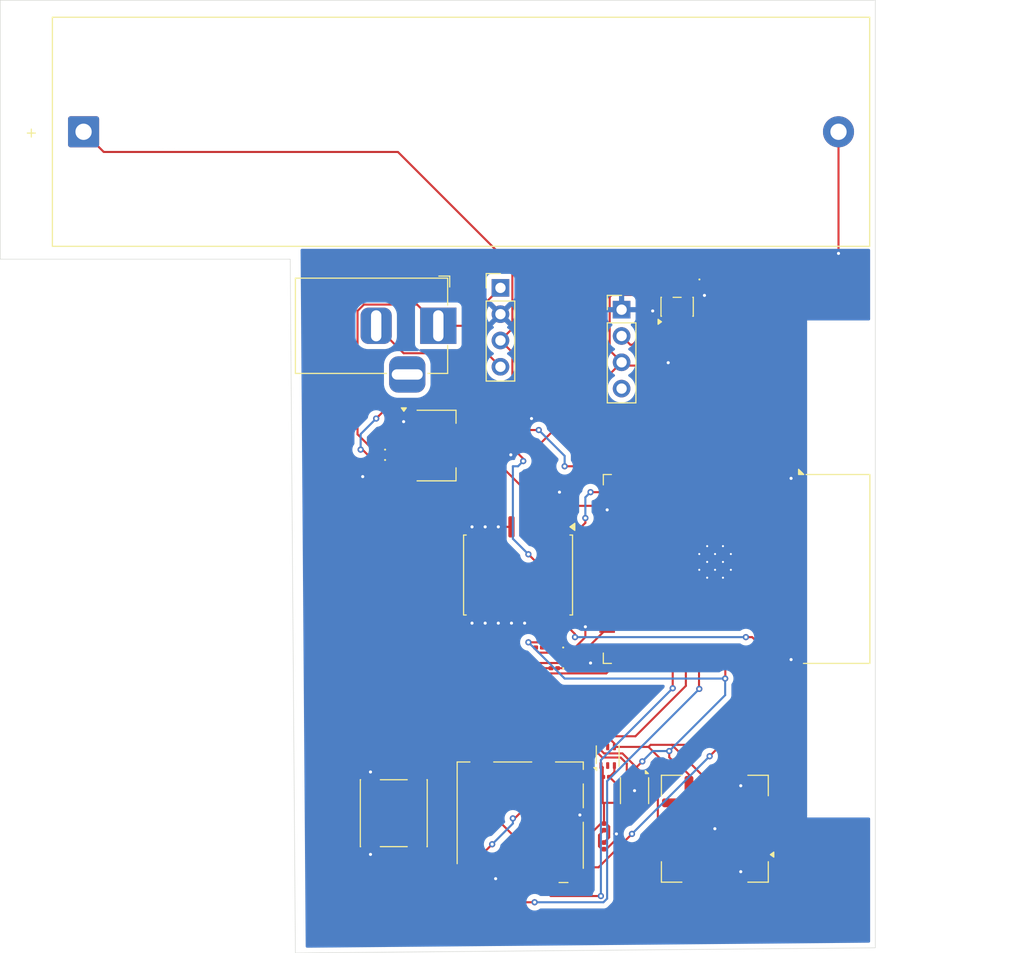
<source format=kicad_pcb>
(kicad_pcb (version 20241229) (generator "pcbnew") (generator_version "9.0")
  (layers (0 "F.Cu" signal) (2 "B.Cu" signal) (13 "F.Paste" user) (15 "B.Paste" user) (5 "F.SilkS" user "F.Silkscreen") (7 "B.SilkS" user "B.Silkscreen") (1 "F.Mask" user) (3 "B.Mask" user) (25 "Edge.Cuts" user))
  (net 0 "")
  (net 1 "GND")
  (net 2 "/VBAT")
  (net 3 "+3V3")
  (net 4 "/MIC_ENV")
  (net 5 "/VREG_IN")
  (net 6 "/MIC_IN_COUP")
  (net 7 "/MIC_IN_AC")
  (net 8 "/VREF_MID")
  (net 9 "/VIN_5V")
  (net 10 "/MIC_AMP_OUT")
  (net 11 "Net-(D_G1-A)")
  (net 12 "Net-(D_R1-A)")
  (net 13 "Net-(U_CHG1-Pin_4)")
  (net 14 "/SPI_MOSI")
  (net 16 "/SPI_CS_SD")
  (net 18 "/SPI_SCK")
  (net 19 "/SPI_MISO")
  (net 20 "/I2C_SDA")
  (net 21 "/I2C_SCL")
  (net 22 "Net-(U_MIC1--)")
  (net 23 "/ADC_MIC")
  (net 24 "/BTN_CFG")
  (net 25 "Net-(U1-EN)")
  (net 26 "/LED_G")
  (net 27 "/LED_R")
  (net 28 "Net-(U1-IO27)")
  (net 29 "/ADC_VBAT")
  (footprint "Diode_SMD:D_0201_0603Metric" (layer "F.Cu") (at 169.155 96.46 180)
    (property "Reference" "D_ENV1" (hide yes))
    (property "Value" "D_Schottky")
  )
  (footprint "Resistor_SMD:R_0201_0603Metric" (layer "F.Cu") (at 166.5 143.32 90)
    (property "Reference" "R2" (hide yes))
    (property "Value" "4.7k")
  )
  (footprint "Resistor_SMD:R_0201_0603Metric" (layer "F.Cu") (at 171.845 98.46)
    (property "Reference" "R_ENV1" (hide yes))
    (property "Value" "100k")
  )
  (footprint "Resistor_SMD:R_0201_0603Metric" (layer "F.Cu") (at 154.5 134 180)
    (property "Reference" "R_LED_R1" (hide yes))
    (property "Value" "1k")
  )
  (footprint "Resistor_SMD:R_0201_0603Metric" (layer "F.Cu") (at 166.5 103.46 -90)
    (property "Reference" "R4" (hide yes))
    (property "Value" "100k")
  )
  (footprint "Resistor_SMD:R_0201_0603Metric" (layer "F.Cu") (at 151.056 109.89284)
    (property "Reference" "R_V1" (hide yes))
    (property "Value" "220k")
  )
  (footprint "Connector_Card:microSD_HC_Molex_104031-0811" (layer "F.Cu") (at 152.73 148.875 180)
    (property "Reference" "J2" (hide yes))
    (property "Value" "Micro_SD_Card")
  )
  (footprint "Resistor_SMD:R_0201_0603Metric" (layer "F.Cu") (at 170 99.46 -90)
    (property "Reference" "R7" (hide yes))
    (property "Value" "100k")
  )
  (footprint "Resistor_SMD:R_0201_0603Metric" (layer "F.Cu") (at 172 99.615 -90)
    (property "Reference" "R_ADC1" (hide yes))
    (property "Value" "1k")
  )
  (footprint "Resistor_SMD:R_0201_0603Metric" (layer "F.Cu") (at 167.5 143.295 90)
    (property "Reference" "R1" (hide yes))
    (property "Value" "4.7k")
  )
  (footprint "Connector_PinHeader_2.54mm:PinHeader_1x04_P2.54mm_Vertical" (layer "F.Cu") (at 150.801 97.27284)
    (property "Reference" "U_CHG1" (hide yes))
    (property "Value" "Conn_01x04")
  )
  (footprint "Capacitor_SMD:C_0201_0603Metric" (layer "F.Cu") (at 160.800001 151.155 90)
    (property "Reference" "C_SD1" (hide yes))
    (property "Value" "10uF")
  )
  (footprint "Diode_SMD:D_0201_0603Metric" (layer "F.Cu") (at 138.801 112.89284 180)
    (property "Reference" "D1" (hide yes))
    (property "Value" "D_Schottky")
  )
  (footprint "Connector_PinHeader_2.54mm:PinHeader_1x04_P2.54mm_Vertical" (layer "F.Cu") (at 162.5 99.38)
    (property "Reference" "J_MIC1" (hide yes))
    (property "Value" "Conn_01x03_Pin")
  )
  (footprint "Resistor_SMD:R_0201_0603Metric" (layer "F.Cu") (at 166.5 101.96 90)
    (property "Reference" "R5" (hide yes))
    (property "Value" "100k")
  )
  (footprint "Capacitor_SMD:C_0201_0603Metric" (layer "F.Cu") (at 171.845 97.46)
    (property "Reference" "C_ENV1" (hide yes))
    (property "Value" "2.2uF")
  )
  (footprint "Diode_SMD:D_0201_0603Metric" (layer "F.Cu") (at 138.801 113.89284 180)
    (property "Reference" "D2" (hide yes))
    (property "Value" "D_Schottky")
  )
  (footprint "Resistor_SMD:R_0201_0603Metric" (layer "F.Cu") (at 154.525 132 180)
    (property "Reference" "R_LED_G1" (hide yes))
    (property "Value" "1k")
  )
  (footprint "Capacitor_SMD:C_0201_0603Metric" (layer "F.Cu") (at 139.121 115.39284)
    (property "Reference" "C_IN1" (hide yes))
    (property "Value" "10uF")
  )
  (footprint "Package_TO_SOT_SMD:SOT-223-3_TabPin2" (layer "F.Cu") (at 144.601 112.5)
    (property "Reference" "U3" (hide yes))
    (property "Value" "AMS1117-3.3")
  )
  (footprint "Capacitor_SMD:C_0201_0603Metric" (layer "F.Cu") (at 167.5 103.305 90)
    (property "Reference" "C_REF1" (hide yes))
    (property "Value" "10uF")
  )
  (footprint "Capacitor_SMD:C_0201_0603Metric" (layer "F.Cu") (at 173.305 155.3)
    (property "Reference" "C_CO2" (hide yes))
    (property "Value" "100nF")
  )
  (footprint "Resistor_SMD:R_0201_0603Metric" (layer "F.Cu") (at 165.5 104.46 90)
    (property "Reference" "R3" (hide yes))
    (property "Value" "100k")
  )
  (footprint "Resistor_SMD:R_0201_0603Metric" (layer "F.Cu") (at 154.5 118 -90)
    (property "Reference" "R_RTCINT1" (hide yes))
    (property "Value" "10k")
  )
  (footprint "Sensor:Sensirion_SCD4x-1EP_10.1x10.1mm_P1.25mm_EP4.8x4.8mm" (layer "F.Cu") (at 171.505 149.5 180)
    (property "Reference" "U4" (hide yes))
    (property "Value" "SCD40-D-R2")
  )
  (footprint "Capacitor_SMD:C_0201_0603Metric" (layer "F.Cu") (at 165.18 101.46 180)
    (property "Reference" "C_IN2" (hide yes))
    (property "Value" "C")
  )
  (footprint "Button_Switch_SMD:SW_SPST_PTS645Sx43SMTR92" (layer "F.Cu") (at 140.5 148 90)
    (property "Reference" "SW_CFG1" (hide yes))
    (property "Value" "SW_Push")
  )
  (footprint "Connector_BarrelJack:BarrelJack_Horizontal" (layer "F.Cu") (at 144.801 100.93534)
    (property "Reference" "J1" (hide yes))
    (property "Value" "Barrel_Jack")
  )
  (footprint "Capacitor_SMD:C_0201_0603Metric" (layer "F.Cu") (at 150.301 113.39284 180)
    (property "Reference" "C_OUT1" (hide yes))
    (property "Value" "10uF")
  )
  (footprint "Resistor_SMD:R_0201_0603Metric" (layer "F.Cu") (at 152.621 109.89284)
    (property "Reference" "R_V2" (hide yes))
    (property "Value" "150k")
  )
  (footprint "LED_SMD:LED_0201_0603Metric" (layer "F.Cu") (at 156 134 180)
    (property "Reference" "D_R1" (hide yes))
    (property "Value" "LED")
  )
  (footprint "Resistor_SMD:R_0201_0603Metric" (layer "F.Cu") (at 177.18 114 180)
    (property "Reference" "R_EN1" (hide yes))
    (property "Value" "10k")
  )
  (footprint "RF_Module:ESP32-WROOM-32" (layer "F.Cu") (at 170.615 124.4175 -90)
    (property "Reference" "U1" (hide yes))
    (property "Value" "ESP32-WROOM-32")
  )
  (footprint "Battery:BatteryHolder_MPD_BH-18650-PC" (layer "F.Cu") (at 110.545 82.2)
    (property "Reference" "BT1" (hide yes))
    (property "Value" "Battery_Cell")
  )
  (footprint "LED_SMD:LED_0201_0603Metric" (layer "F.Cu") (at 156 132 180)
    (property "Reference" "D_G1" (hide yes))
    (property "Value" "LED")
  )
  (footprint "Capacitor_SMD:C_0201_0603Metric" (layer "F.Cu") (at 156 118 -90)
    (property "Reference" "C_RTC1" (hide yes))
    (property "Value" "100nF")
  )
  (footprint "Capacitor_SMD:C_0201_0603Metric" (layer "F.Cu") (at 161 144.5)
    (property "Reference" "C_LUX1" (hide yes))
    (property "Value" "100nF")
  )
  (footprint "Package_TO_SOT_SMD:SOT-23-5" (layer "F.Cu") (at 167.8625 99.0975 90)
    (property "Reference" "U_MIC1" (hide yes))
    (property "Value" "LMV321")
  )
  (footprint "Resistor_SMD:R_0201_0603Metric" (layer "F.Cu") (at 142.81 142.04 180)
    (property "Reference" "R_CFG1" (hide yes))
    (property "Value" "10k")
  )
  (footprint "Package_SO:SOIC-16W_7.5x10.3mm_P1.27mm" (layer "F.Cu") (at 152.5 125 -90)
    (property "Reference" "U_CLK1" (hide yes))
    (property "Value" "DS3231M")
  )
  (footprint "OptoDevice:Lite-On_LTR-303ALS-01" (layer "F.Cu") (at 161.155 142.5 90)
    (property "Reference" "U_LUX1" (hide yes))
    (property "Value" "LTR-303ALS-01")
  )
  (footprint "Sensor_Humidity:Sensirion_DFN-8-1EP_2.5x2.5mm_P0.5mm_EP1.1x1.7mm" (layer "F.Cu") (at 163.75 145.825 -90)
    (property "Reference" "U2" (hide yes))
    (property "Value" "SHT31-DIS")
  )
  (footprint "Capacitor_SMD:C_0201_0603Metric" (layer "F.Cu") (at 160.800001 149.32 90)
    (property "Reference" "C_SD2" (hide yes))
    (property "Value" "100nF")
  )
  (footprint "Resistor_SMD:R_0201_0603Metric" (layer "F.Cu") (at 168 101.96)
    (property "Reference" "R6" (hide yes))
    (property "Value" "10k")
  )
  (gr_poly (pts (xy 187 69.5) (xy 187 161) (xy 131 161.5) (xy 130.5 94.5) (xy 102.5 94.5) (xy 102.5 69.5)) (stroke (width 0.05)) (fill no) (layer "Edge.Cuts"))
  (segment (start 156 117.68) (end 156 117.5) (width 0.2) (layer "F.Cu") (net 1))
  (segment (start 160.319001 151.193999) (end 160.600002 151.475) (width 0.2) (layer "F.Cu") (net 1))
  (segment (start 160.600002 151.475) (end 160.800001 151.475) (width 0.2) (layer "F.Cu") (net 1))
  (segment (start 160.319001 150.121) (end 160.319001 151.193999) (width 0.2) (layer "F.Cu") (net 1))
  (segment (start 170.5 98) (end 170.96 98.46) (width 0.2) (layer "F.Cu") (net 1))
  (segment (start 166.5 103.78) (end 166.5 104) (width 0.2) (layer "F.Cu") (net 1))
  (segment (start 183.445 82.2) (end 183.445 93.945) (width 0.2) (layer "F.Cu") (net 1))
  (segment (start 167.8625 99.572501) (end 167.289999 99) (width 0.2) (layer "F.Cu") (net 1))
  (segment (start 161.805 144.015) (end 161.32 144.5) (width 0.2) (layer "F.Cu") (net 1))
  (segment (start 159 134) (end 159.5 133.5) (width 0.2) (layer "F.Cu") (net 1))
  (segment (start 138.801 115.39284) (end 137.60716 115.39284) (width 0.2) (layer "F.Cu") (net 1))
  (segment (start 160.800001 151.475) (end 161.025 151.475) (width 0.2) (layer "F.Cu") (net 1))
  (segment (start 158 132) (end 159 131) (width 0.2) (layer "F.Cu") (net 1))
  (segment (start 164.5 147) (end 164.5 146.575) (width 0.2) (layer "F.Cu") (net 1))
  (segment (start 162 150.5) (end 162 150) (width 0.2) (layer "F.Cu") (net 1))
  (segment (start 171.525 97.46) (end 171.04 97.46) (width 0.2) (layer "F.Cu") (net 1))
  (segment (start 167.289999 99) (end 166 99) (width 0.2) (layer "F.Cu") (net 1))
  (segment (start 166 99) (end 165.5 99.5) (width 0.2) (layer "F.Cu") (net 1))
  (segment (start 159 131) (end 159 130) (width 0.2) (layer "F.Cu") (net 1))
  (segment (start 171.04 97.46) (end 170.5 98) (width 0.2) (layer "F.Cu") (net 1))
  (segment (start 161.025 151.475) (end 162 150.5) (width 0.2) (layer "F.Cu") (net 1))
  (segment (start 150.621 113.39284) (end 151.801 113.39284) (width 0.2) (layer "F.Cu") (net 1))
  (segment (start 167.5 104) (end 167.5 103.625) (width 0.2) (layer "F.Cu") (net 1))
  (segment (start 151.865 120.35) (end 150.595 120.35) (width 0.2) (layer "F.Cu") (net 1))
  (segment (start 164.5 146.575) (end 163.75 145.825) (width 0.2) (layer "F.Cu") (net 1))
  (segment (start 164 145.575) (end 163.75 145.825) (width 0.2) (layer "F.Cu") (net 1))
  (segment (start 137.60716 115.39284) (end 137.5 115.5) (width 0.2) (layer "F.Cu") (net 1))
  (segment (start 183.445 93.945) (end 183.5 94) (width 0.2) (layer "F.Cu") (net 1))
  (segment (start 160.800001 149.64) (end 160.319001 150.121) (width 0.2) (layer "F.Cu") (net 1))
  (segment (start 164 144.65) (end 164 145.575) (width 0.2) (layer "F.Cu") (net 1))
  (segment (start 173.625 154.03) (end 174.005 153.65) (width 0.2) (layer "F.Cu") (net 1))
  (segment (start 173.625 155.3) (end 173.625 154.03) (width 0.2) (layer "F.Cu") (net 1))
  (segment (start 152.941 109.89284) (end 153.801 109.89284) (width 0.2) (layer "F.Cu") (net 1))
  (segment (start 170.96 98.46) (end 171.525 98.46) (width 0.2) (layer "F.Cu") (net 1))
  (segment (start 156 117.5) (end 156.5 117) (width 0.2) (layer "F.Cu") (net 1))
  (segment (start 162.645 145.825) (end 163.75 145.825) (width 0.2) (layer "F.Cu") (net 1))
  (segment (start 167.8625 100.235) (end 167.8625 99.572501) (width 0.2) (layer "F.Cu") (net 1))
  (segment (start 156.32 134) (end 159 134) (width 0.2) (layer "F.Cu") (net 1))
  (segment (start 161.32 144.5) (end 162.645 145.825) (width 0.2) (layer "F.Cu") (net 1))
  (segment (start 156.32 132) (end 158 132) (width 0.2) (layer "F.Cu") (net 1))
  (segment (start 166.5 104) (end 167 104.5) (width 0.2) (layer "F.Cu") (net 1))
  (segment (start 161.805 143.4) (end 161.805 144.015) (width 0.2) (layer "F.Cu") (net 1))
  (segment (start 167 104.5) (end 167.5 104) (width 0.2) (layer "F.Cu") (net 1))
  (via (at 171.505 149.5) (size 0.6) (drill 0.3) (layers "F.Cu" "B.Cu") (net 1))
  (via (at 156.5 117) (size 0.6) (drill 0.3) (layers "F.Cu" "B.Cu") (net 1))
  (via (at 141.451 110.19284) (size 0.6) (drill 0.3) (layers "F.Cu" "B.Cu") (net 1))
  (via (at 153.801 109.89284) (size 0.6) (drill 0.3) (layers "F.Cu" "B.Cu") (net 1))
  (via (at 159 130) (size 0.6) (drill 0.3) (layers "F.Cu" "B.Cu") (net 1))
  (via (at 178.865 133.1675) (size 0.6) (drill 0.3) (layers "F.Cu" "B.Cu") (net 1))
  (via (at 167 104.5) (size 0.6) (drill 0.3) (layers "F.Cu" "B.Cu") (net 1))
  (via (at 149.325 129.65) (size 0.6) (drill 0.3) (layers "F.Cu" "B.Cu") (net 1))
  (via (at 138.25 144.02) (size 0.6) (drill 0.3) (layers "F.Cu" "B.Cu") (net 1))
  (via (at 163.75 145.825) (size 0.6) (drill 0.3) (layers "F.Cu" "B.Cu") (net 1))
  (via (at 148.055 120.35) (size 0.6) (drill 0.3) (layers "F.Cu" "B.Cu") (net 1))
  (via (at 158.47 148.175) (size 0.6) (drill 0.3) (layers "F.Cu" "B.Cu") (net 1))
  (via (at 138.25 151.98) (size 0.6) (drill 0.3) (layers "F.Cu" "B.Cu") (net 1))
  (via (at 174.005 145.35) (size 0.6) (drill 0.3) (layers "F.Cu" "B.Cu") (net 1))
  (via (at 178.865 115.6675) (size 0.6) (drill 0.3) (layers "F.Cu" "B.Cu") (net 1))
  (via (at 151.801 113.39284) (size 0.6) (drill 0.3) (layers "F.Cu" "B.Cu") (net 1))
  (via (at 174.005 153.65) (size 0.6) (drill 0.3) (layers "F.Cu" "B.Cu") (net 1))
  (via (at 162 150) (size 0.6) (drill 0.3) (layers "F.Cu" "B.Cu") (net 1))
  (via (at 165.5 99.5) (size 0.6) (drill 0.3) (layers "F.Cu" "B.Cu") (net 1))
  (via (at 183.445 93.945) (size 0.6) (drill 0.3) (layers "F.Cu" "B.Cu") (net 1))
  (via (at 150.335 154.325) (size 0.6) (drill 0.3) (layers "F.Cu" "B.Cu") (net 1))
  (via (at 137.5 115.5) (size 0.6) (drill 0.3) (layers "F.Cu" "B.Cu") (net 1))
  (via (at 153.135 129.65) (size 0.6) (drill 0.3) (layers "F.Cu" "B.Cu") (net 1))
  (via (at 150.595 129.65) (size 0.6) (drill 0.3) (layers "F.Cu" "B.Cu") (net 1))
  (via (at 159.5 133.5) (size 0.6) (drill 0.3) (layers "F.Cu" "B.Cu") (net 1))
  (via (at 161.105 118.7075) (size 0.6) (drill 0.3) (layers "F.Cu" "B.Cu") (net 1))
  (via (at 149.325 120.35) (size 0.6) (drill 0.3) (layers "F.Cu" "B.Cu") (net 1))
  (via (at 150.595 120.35) (size 0.6) (drill 0.3) (layers "F.Cu" "B.Cu") (net 1))
  (via (at 170.5 98) (size 0.6) (drill 0.3) (layers "F.Cu" "B.Cu") (net 1))
  (via (at 148.055 129.65) (size 0.6) (drill 0.3) (layers "F.Cu" "B.Cu") (net 1))
  (via (at 151.865 129.65) (size 0.6) (drill 0.3) (layers "F.Cu" "B.Cu") (net 1))
  (segment (start 151.952 101.20184) (end 150.801 102.35284) (width 0.2) (layer "F.Cu") (net 2))
  (segment (start 150.736 109.89284) (end 150.736 111.506181) (width 0.2) (layer "F.Cu") (net 2))
  (segment (start 137.481 112.89284) (end 137.301 112.89284) (width 0.2) (layer "F.Cu") (net 2))
  (segment (start 110.545 82.2) (end 112.496 84.151) (width 0.2) (layer "F.Cu") (net 2))
  (segment (start 150.736 109.89284) (end 150.736 109.692841) (width 0.2) (layer "F.Cu") (net 2))
  (segment (start 138.801 109.89284) (end 139.051 109.64284) (width 0.2) (layer "F.Cu") (net 2))
  (segment (start 151.952 95.19884) (end 151.952 101.20184) (width 0.2) (layer "F.Cu") (net 2))
  (segment (start 154.405 123.905) (end 153.5 123) (width 0.2) (layer "F.Cu") (net 2))
  (segment (start 151.952 103.50384) (end 150.801 102.35284) (width 0.2) (layer "F.Cu") (net 2))
  (segment (start 150.005 109.16184) (end 139.532 109.16184) (width 0.2) (layer "F.Cu") (net 2))
  (segment (start 138.481 113.89284) (end 137.481 112.89284) (width 0.2) (layer "F.Cu") (net 2))
  (segment (start 112.496 84.151) (end 140.90416 84.151) (width 0.2) (layer "F.Cu") (net 2))
  (segment (start 150.736 109.89284) (end 150.005 109.16184) (width 0.2) (layer "F.Cu") (net 2))
  (segment (start 150.736 109.692841) (end 151.918501 108.510341) (width 0.2) (layer "F.Cu") (net 2))
  (segment (start 140.90416 84.151) (end 151.952 95.19884) (width 0.2) (layer "F.Cu") (net 2))
  (segment (start 151.952 108.476841) (end 151.952 103.50384) (width 0.2) (layer "F.Cu") (net 2))
  (segment (start 150.736 111.506181) (end 153 113.770181) (width 0.2) (layer "F.Cu") (net 2))
  (segment (start 153 113.770181) (end 153 114) (width 0.2) (layer "F.Cu") (net 2))
  (segment (start 151.918501 108.510341) (end 151.952 108.476841) (width 0.2) (layer "F.Cu") (net 2))
  (segment (start 139.532 109.16184) (end 138.801 109.89284) (width 0.2) (layer "F.Cu") (net 2))
  (segment (start 154.405 129.65) (end 154.405 123.905) (width 0.2) (layer "F.Cu") (net 2))
  (via (at 137.301 112.89284) (size 0.6) (drill 0.3) (layers "F.Cu" "B.Cu") (net 2))
  (via (at 153.5 123) (size 0.6) (drill 0.3) (layers "F.Cu" "B.Cu") (net 2))
  (via (at 153 114) (size 0.6) (drill 0.3) (layers "F.Cu" "B.Cu") (net 2))
  (via (at 138.801 109.89284) (size 0.6) (drill 0.3) (layers "F.Cu" "B.Cu") (net 2))
  (segment (start 137.301 111.39284) (end 137.301 112.89284) (width 0.2) (layer "B.Cu") (net 2))
  (segment (start 152 114.5) (end 152 121.5) (width 0.2) (layer "B.Cu") (net 2))
  (segment (start 152 121.5) (end 153.5 123) (width 0.2) (layer "B.Cu") (net 2))
  (segment (start 153 114) (end 152.5 114.5) (width 0.2) (layer "B.Cu") (net 2))
  (segment (start 152.5 114.5) (end 152 114.5) (width 0.2) (layer "B.Cu") (net 2))
  (segment (start 138.801 109.89284) (end 137.301 111.39284) (width 0.2) (layer "B.Cu") (net 2))
  (segment (start 160.68 143.575) (end 160.505 143.4) (width 0.2) (layer "F.Cu") (net 3))
  (segment (start 156 120.025) (end 155.675 120.35) (width 0.2) (layer "F.Cu") (net 3))
  (segment (start 142.791001 141.539) (end 143.42887 141.539) (width 0.2) (layer "F.Cu") (net 3))
  (segment (start 174.404 146.601) (end 174.404 152.399) (width 0.2) (layer "F.Cu") (net 3))
  (segment (start 159.745 150.125) (end 153.05513 150.125) (width 0.2) (layer "F.Cu") (net 3))
  (segment (start 159.745 149.755) (end 159.745 150.125) (width 0.2) (layer "F.Cu") (net 3))
  (segment (start 161.54 97.96) (end 166.9125 97.96) (width 0.2) (layer "F.Cu") (net 3))
  (segment (start 159.6905 118.32) (end 160.5105 117.5) (width 0.2) (layer "F.Cu") (net 3))
  (segment (start 160.800001 147.120001) (end 160.68 147) (width 0.2) (layer "F.Cu") (net 3))
  (segment (start 172.985 153.88) (end 172.755 153.65) (width 0.2) (layer "F.Cu") (net 3))
  (segment (start 172.755 144.917914) (end 179.616 138.056914) (width 0.2) (layer "F.Cu") (net 3))
  (segment (start 163.5 147) (end 163 147) (width 0.2) (layer "F.Cu") (net 3))
  (segment (start 162.5 104.46) (end 162.82 104.78) (width 0.2) (layer "F.Cu") (net 3))
  (segment (start 152.535 150.64513) (end 152.535 154.325) (width 0.2) (layer "F.Cu") (net 3))
  (segment (start 143.42887 141.539) (end 152.535 150.64513) (width 0.2) (layer "F.Cu") (net 3))
  (segment (start 167.475 143.64) (end 167.5 143.615) (width 0.2) (layer "F.Cu") (net 3))
  (segment (start 172.985 155.3) (end 168.8 155.3) (width 0.2) (layer "F.Cu") (net 3))
  (segment (start 174.404 152.399) (end 173.573914 152.399) (width 0.2) (layer "F.Cu") (net 3))
  (segment (start 160.800001 149) (end 161 149) (width 0.2) (layer "F.Cu") (net 3))
  (segment (start 162.82 104.78) (end 165.5 104.78) (width 0.2) (layer "F.Cu") (net 3))
  (segment (start 161.349 98.151) (end 161.54 97.96) (width 0.2) (layer "F.Cu") (net 3))
  (segment (start 149.981 113.39284) (end 146.801 113.39284) (width 0.2) (layer "F.Cu") (net 3))
  (segment (start 160.800001 149) (end 160.800001 147.120001) (width 0.2) (layer "F.Cu") (net 3))
  (segment (start 163.5 147.502) (end 163.574 147.576) (width 0.2) (layer "F.Cu") (net 3))
  (segment (start 161.301001 150.334) (end 160.800001 150.835) (width 0.2) (layer "F.Cu") (net 3))
  (segment (start 163.574 147.576) (end 164.926 147.576) (width 0.2) (layer "F.Cu") (net 3))
  (segment (start 156 118.32) (end 156 120.025) (width 0.2) (layer "F.Cu") (net 3))
  (segment (start 153.05513 150.125) (end 152.535 150.64513) (width 0.2) (layer "F.Cu") (net 3))
  (segment (start 149.981 113.39284) (end 149.981 113.592839) (width 0.2) (layer "F.Cu") (net 3))
  (segment (start 160.5 149) (end 159.745 149.755) (width 0.2) (layer "F.Cu") (net 3))
  (segment (start 172.755 145.782086) (end 173.573914 146.601) (width 0.2) (layer "F.Cu") (net 3))
  (segment (start 166.5 146.002) (end 166.5 143.64) (width 0.2) (layer "F.Cu") (net 3))
  (segment (start 142.49 141.840001) (end 142.791001 141.539) (width 0.2) (layer "F.Cu") (net 3))
  (segment (start 172.755 153.217914) (end 172.755 153.65) (width 0.2) (layer "F.Cu") (net 3))
  (segment (start 163 147) (end 160.68 147) (width 0.2) (layer "F.Cu") (net 3))
  (segment (start 164.926 147.576) (end 166.001 146.501) (width 0.2) (layer "F.Cu") (net 3))
  (segment (start 156 118.32) (end 159.6905 118.32) (width 0.2) (layer "F.Cu") (net 3))
  (segment (start 160.5105 117.5) (end 176.7125 117.5) (width 0.2) (layer "F.Cu") (net 3))
  (segment (start 179.616 118.6385) (end 177.595 116.6175) (width 0.2) (layer "F.Cu") (net 3))
  (segment (start 173.573914 146.601) (end 174.404 146.601) (width 0.2) (layer "F.Cu") (net 3))
  (segment (start 154.65987 117.68) (end 154.5 117.68) (width 0.2) (layer "F.Cu") (net 3))
  (segment (start 141.451 112.49284) (end 147.751 112.49284) (width 0.2) (layer "F.Cu") (net 3))
  (segment (start 160.800001 149) (end 160.5 149) (width 0.2) (layer "F.Cu") (net 3))
  (segment (start 155.29987 118.32) (end 154.65987 117.68) (width 0.2) (layer "F.Cu") (net 3))
  (segment (start 149.981 113.592839) (end 154.068161 117.68) (width 0.2) (layer "F.Cu") (net 3))
  (segment (start 172.755 145.35) (end 172.755 145.782086) (width 0.2) (layer "F.Cu") (net 3))
  (segment (start 154.5 117.68) (end 154.5 112.46) (width 0.2) (layer "F.Cu") (net 3))
  (segment (start 176.7125 117.5) (end 177.595 116.6175) (width 0.2) (layer "F.Cu") (net 3))
  (segment (start 179.616 138.056914) (end 179.616 118.6385) (width 0.2) (layer "F.Cu") (net 3))
  (segment (start 160.68 144.5) (end 160.68 143.575) (width 0.2) (layer "F.Cu") (net 3))
  (segment (start 166.001 146.501) (end 166.5 146.002) (width 0.2) (layer "F.Cu") (net 3))
  (segment (start 173.573914 152.399) (end 172.755 153.217914) (width 0.2) (layer "F.Cu") (net 3))
  (segment (start 162.5 104.46) (end 161.349 103.309) (width 0.2) (layer "F.Cu") (net 3))
  (segment (start 161.301001 149.301001) (end 161.301001 150.334) (width 0.2) (layer "F.Cu") (net 3))
  (segment (start 142.49 142.04) (end 142.49 141.840001) (width 0.2) (layer "F.Cu") (net 3))
  (segment (start 168.8 155.3) (end 166.001 152.501) (width 0.2) (layer "F.Cu") (net 3))
  (segment (start 177.595 116.6175) (end 177.595 115.6675) (width 0.2) (layer "F.Cu") (net 3))
  (segment (start 177.5 115.5725) (end 177.595 115.6675) (width 0.2) (layer "F.Cu") (net 3))
  (segment (start 161 149) (end 161.301001 149.301001) (width 0.2) (layer "F.Cu") (net 3))
  (segment (start 156 118.32) (end 155.29987 118.32) (width 0.2) (layer "F.Cu") (net 3))
  (segment (start 160.68 144.5) (end 160.68 147) (width 0.2) (layer "F.Cu") (net 3))
  (segment (start 148.651 113.39284) (end 147.751 112.49284) (width 0.2) (layer "F.Cu") (net 3))
  (segment (start 166.001 152.501) (end 166.001 146.501) (width 0.2) (layer "F.Cu") (net 3))
  (segment (start 161.349 103.309) (end 161.349 98.151) (width 0.2) (layer "F.Cu") (net 3))
  (segment (start 154.068161 117.68) (end 154.5 117.68) (width 0.2) (layer "F.Cu") (net 3))
  (segment (start 163.5 147) (end 163.5 147.502) (width 0.2) (layer "F.Cu") (net 3))
  (segment (start 166.5 143.64) (end 167.475 143.64) (width 0.2) (layer "F.Cu") (net 3))
  (segment (start 177.5 114) (end 177.5 115.5725) (width 0.2) (layer "F.Cu") (net 3))
  (segment (start 149.981 113.39284) (end 148.651 113.39284) (width 0.2) (layer "F.Cu") (net 3))
  (segment (start 172.985 155.3) (end 172.985 153.88) (width 0.2) (layer "F.Cu") (net 3))
  (segment (start 154.5 112.46) (end 162.5 104.46) (width 0.2) (layer "F.Cu") (net 3))
  (segment (start 172.755 145.35) (end 172.755 144.917914) (width 0.2) (layer "F.Cu") (net 3))
  (segment (start 172.165 97.260001) (end 172.165 97.46) (width 0.2) (layer "F.Cu") (net 4))
  (segment (start 171.364999 96.46) (end 172.165 97.260001) (width 0.2) (layer "F.Cu") (net 4))
  (segment (start 172.165 98.46) (end 172.165 97.46) (width 0.2) (layer "F.Cu") (net 4))
  (segment (start 172 99.295) (end 172.165 99.13) (width 0.2) (layer "F.Cu") (net 4))
  (segment (start 169.475 96.46) (end 171.364999 96.46) (width 0.2) (layer "F.Cu") (net 4))
  (segment (start 172.165 99.13) (end 172.165 98.46) (width 0.2) (layer "F.Cu") (net 4))
  (segment (start 141.451 114.79284) (end 140.041 114.79284) (width 0.2) (layer "F.Cu") (net 5))
  (segment (start 140.851 115.39284) (end 141.451 114.79284) (width 0.2) (layer "F.Cu") (net 5))
  (segment (start 139.121 112.89284) (end 139.121 113.89284) (width 0.2) (layer "F.Cu") (net 5))
  (segment (start 139.441 114.21284) (end 139.441 115.39284) (width 0.2) (layer "F.Cu") (net 5))
  (segment (start 140.041 114.79284) (end 139.441 115.39284) (width 0.2) (layer "F.Cu") (net 5))
  (segment (start 139.121 113.89284) (end 139.441 114.21284) (width 0.2) (layer "F.Cu") (net 5))
  (segment (start 165.5 101.46) (end 166.32 101.46) (width 0.2) (layer "F.Cu") (net 6))
  (segment (start 166.32 101.46) (end 166.5 101.64) (width 0.2) (layer "F.Cu") (net 6))
  (segment (start 166.5 101.64) (end 166.5 100.6475) (width 0.2) (layer "F.Cu") (net 6))
  (segment (start 166.5 100.6475) (end 166.9125 100.235) (width 0.2) (layer "F.Cu") (net 6))
  (segment (start 163.55 102.77) (end 164.86 101.46) (width 0.2) (layer "F.Cu") (net 7))
  (segment (start 162.5 101.92) (end 163.35 102.77) (width 0.2) (layer "F.Cu") (net 7))
  (segment (start 163.35 102.77) (end 163.55 102.77) (width 0.2) (layer "F.Cu") (net 7))
  (segment (start 166.5 103.14) (end 166.300001 103.14) (width 0.2) (layer "F.Cu") (net 8))
  (segment (start 167.68 102.805) (end 167.5 102.985) (width 0.2) (layer "F.Cu") (net 8))
  (segment (start 166.300001 103.14) (end 165.5 103.940001) (width 0.2) (layer "F.Cu") (net 8))
  (segment (start 166.655 102.985) (end 166.5 103.14) (width 0.2) (layer "F.Cu") (net 8))
  (segment (start 165.5 103.940001) (end 165.5 104.14) (width 0.2) (layer "F.Cu") (net 8))
  (segment (start 167.68 101.96) (end 167.68 102.805) (width 0.2) (layer "F.Cu") (net 8))
  (segment (start 166.5 102.28) (end 166.5 103.14) (width 0.2) (layer "F.Cu") (net 8))
  (segment (start 167.5 102.985) (end 166.655 102.985) (width 0.2) (layer "F.Cu") (net 8))
  (segment (start 142.75 98.88434) (end 137.61566 98.88434) (width 0.2) (layer "F.Cu") (net 9))
  (segment (start 144.801 100.93534) (end 147.1385 100.93534) (width 0.2) (layer "F.Cu") (net 9))
  (segment (start 144.801 100.93534) (end 142.75 98.88434) (width 0.2) (layer "F.Cu") (net 9))
  (segment (start 137 111.41184) (end 138.481 112.89284) (width 0.2) (layer "F.Cu") (net 9))
  (segment (start 147.1385 100.93534) (end 150.801 97.27284) (width 0.2) (layer "F.Cu") (net 9))
  (segment (start 137 99.5) (end 137 111.41184) (width 0.2) (layer "F.Cu") (net 9))
  (segment (start 137.61566 98.88434) (end 137 99.5) (width 0.2) (layer "F.Cu") (net 9))
  (segment (start 168.8125 97.96) (end 168.8125 96.4825) (width 0.2) (layer "F.Cu") (net 10))
  (segment (start 170 99.14) (end 169.9925 99.14) (width 0.2) (layer "F.Cu") (net 10))
  (segment (start 169.9925 99.14) (end 168.8125 97.96) (width 0.2) (layer "F.Cu") (net 10))
  (segment (start 168.8125 96.4825) (end 168.835 96.46) (width 0.2) (layer "F.Cu") (net 10))
  (segment (start 155.68 132) (end 154.845 132) (width 0.2) (layer "F.Cu") (net 11))
  (segment (start 155.68 134) (end 154.82 134) (width 0.2) (layer "F.Cu") (net 12))
  (segment (start 141.45 103.58434) (end 138.801 100.93534) (width 0.2) (layer "F.Cu") (net 13))
  (segment (start 149.4925 103.58434) (end 141.45 103.58434) (width 0.2) (layer "F.Cu") (net 13))
  (segment (start 150.801 104.89284) (end 149.4925 103.58434) (width 0.2) (layer "F.Cu") (net 13))
  (segment (start 153.986 153.224) (end 160.276 153.224) (width 0.2) (layer "F.Cu") (net 14))
  (segment (start 153.635 154.325) (end 153.635 153.575) (width 0.2) (layer "F.Cu") (net 14))
  (segment (start 153.635 153.575) (end 153.986 153.224) (width 0.2) (layer "F.Cu") (net 14))
  (segment (start 160.276 153.224) (end 163.5 150) (width 0.2) (layer "F.Cu") (net 14))
  (segment (start 177.595 135.905) (end 171 142.5) (width 0.2) (layer "F.Cu") (net 14))
  (segment (start 177.595 133.1675) (end 177.595 135.905) (width 0.2) (layer "F.Cu") (net 14))
  (via (at 163.5 150) (size 0.6) (drill 0.3) (layers "F.Cu" "B.Cu") (net 14))
  (via (at 171 142.5) (size 0.6) (drill 0.3) (layers "F.Cu" "B.Cu") (net 14))
  (segment (start 171 142.5) (end 163.5 150) (width 0.2) (layer "B.Cu") (net 14))
  (segment (start 167.435 133.1675) (end 167.435 135.935) (width 0.2) (layer "F.Cu") (net 16))
  (segment (start 155.66 156) (end 154.735 155.075) (width 0.2) (layer "F.Cu") (net 16))
  (segment (start 154.735 155.075) (end 154.735 154.325) (width 0.2) (layer "F.Cu") (net 16))
  (segment (start 160.5 156) (end 155.66 156) (width 0.2) (layer "F.Cu") (net 16))
  (via (at 160.5 156) (size 0.6) (drill 0.3) (layers "F.Cu" "B.Cu") (net 16))
  (via (at 167.435 135.935) (size 0.6) (drill 0.3) (layers "F.Cu" "B.Cu") (net 16))
  (segment (start 167.435 135.935) (end 160.5 142.87) (width 0.2) (layer "B.Cu") (net 16))
  (segment (start 160.5 142.87) (end 160.5 156) (width 0.2) (layer "B.Cu") (net 16))
  (segment (start 169.975 133.1675) (end 169.975 135.975) (width 0.2) (layer "F.Cu") (net 18))
  (segment (start 154.101 156.601) (end 152.961 156.601) (width 0.2) (layer "F.Cu") (net 18))
  (segment (start 169.975 135.975) (end 170 136) (width 0.2) (layer "F.Cu") (net 18))
  (segment (start 151.435 155.075) (end 151.435 154.325) (width 0.2) (layer "F.Cu") (net 18))
  (segment (start 152.961 156.601) (end 151.435 155.075) (width 0.2) (layer "F.Cu") (net 18))
  (via (at 170 136) (size 0.6) (drill 0.3) (layers "F.Cu" "B.Cu") (net 18))
  (via (at 154.101 156.601) (size 0.6) (drill 0.3) (layers "F.Cu" "B.Cu") (net 18))
  (segment (start 160.748943 156.601) (end 154.101 156.601) (width 0.2) (layer "B.Cu") (net 18))
  (segment (start 161.101 144.899) (end 161.101 156.248943) (width 0.2) (layer "B.Cu") (net 18))
  (segment (start 161.101 156.248943) (end 160.748943 156.601) (width 0.2) (layer "B.Cu") (net 18))
  (segment (start 170 136) (end 161.101 144.899) (width 0.2) (layer "B.Cu") (net 18))
  (segment (start 160.106076 140.573) (end 152.179076 148.5) (width 0.2) (layer "F.Cu") (net 19))
  (segment (start 149.235 154.325) (end 149.235 151.765) (width 0.2) (layer "F.Cu") (net 19))
  (segment (start 149.235 151.765) (end 150 151) (width 0.2) (layer "F.Cu") (net 19))
  (segment (start 163.837 140.573) (end 160.106076 140.573) (width 0.2) (layer "F.Cu") (net 19))
  (segment (start 152 148.5) (end 152.179076 148.5) (width 0.2) (layer "F.Cu") (net 19))
  (segment (start 168.705 135.705) (end 163.837 140.573) (width 0.2) (layer "F.Cu") (net 19))
  (segment (start 168.705 133.1675) (end 168.705 135.705) (width 0.2) (layer "F.Cu") (net 19))
  (via (at 150 151) (size 0.6) (drill 0.3) (layers "F.Cu" "B.Cu") (net 19))
  (via (at 152 148.5) (size 0.6) (drill 0.3) (layers "F.Cu" "B.Cu") (net 19))
  (segment (start 152 149) (end 152 148.5) (width 0.2) (layer "B.Cu") (net 19))
  (segment (start 150 151) (end 152 149) (width 0.2) (layer "B.Cu") (net 19))
  (segment (start 164.5 144.65) (end 164.5 144.148) (width 0.2) (layer "F.Cu") (net 20))
  (segment (start 154.5 131.5) (end 153.5 131.5) (width 0.2) (layer "F.Cu") (net 20))
  (segment (start 167.5 142.975) (end 167.475 142.975) (width 0.2) (layer "F.Cu") (net 20))
  (segment (start 164.5 144.148) (end 163.926 143.574) (width 0.2) (layer "F.Cu") (net 20))
  (segment (start 160.806001 142.226) (end 160.505 141.924999) (width 0.2) (layer "F.Cu") (net 20))
  (segment (start 155.675 130.325) (end 154.5 131.5) (width 0.2) (layer "F.Cu") (net 20))
  (segment (start 163.926 143.574) (end 164.5 143) (width 0.2) (layer "F.Cu") (net 20))
  (segment (start 167.475 142.975) (end 167.101 142.601) (width 0.2) (layer "F.Cu") (net 20))
  (segment (start 172.5 135) (end 172.515 134.985) (width 0.2) (layer "F.Cu") (net 20))
  (segment (start 160.505 141.924999) (end 160.505 141.6) (width 0.2) (layer "F.Cu") (net 20))
  (segment (start 162.578 142.226) (end 160.806001 142.226) (width 0.2) (layer "F.Cu") (net 20))
  (segment (start 169.005 144.280001) (end 167.699999 142.975) (width 0.2) (layer "F.Cu") (net 20))
  (segment (start 155.675 129.65) (end 155.675 130.325) (width 0.2) (layer "F.Cu") (net 20))
  (segment (start 167.699999 142.975) (end 167.5 142.975) (width 0.2) (layer "F.Cu") (net 20))
  (segment (start 163.926 143.574) (end 162.578 142.226) (width 0.2) (layer "F.Cu") (net 20))
  (segment (start 172.515 133.1675) (end 172.515 134.985) (width 0.2) (layer "F.Cu") (net 20))
  (segment (start 167.101 142.601) (end 167.101 142) (width 0.2) (layer "F.Cu") (net 20))
  (segment (start 169.005 145.35) (end 169.005 144.280001) (width 0.2) (layer "F.Cu") (net 20))
  (via (at 167.101 142) (size 0.6) (drill 0.3) (layers "F.Cu" "B.Cu") (net 20))
  (via (at 164.5 143) (size 0.6) (drill 0.3) (layers "F.Cu" "B.Cu") (net 20))
  (via (at 153.5 131.5) (size 0.6) (drill 0.3) (layers "F.Cu" "B.Cu") (net 20))
  (via (at 172.5 135) (size 0.6) (drill 0.3) (layers "F.Cu" "B.Cu") (net 20))
  (segment (start 153.5 131.5) (end 157 135) (width 0.2) (layer "B.Cu") (net 20))
  (segment (start 172.5 136.601) (end 167.101 142) (width 0.2) (layer "B.Cu") (net 20))
  (segment (start 164.5 143) (end 165.5 142) (width 0.2) (layer "B.Cu") (net 20))
  (segment (start 172.5 135) (end 172.5 136.601) (width 0.2) (layer "B.Cu") (net 20))
  (segment (start 165.5 142) (end 167.101 142) (width 0.2) (layer "B.Cu") (net 20))
  (segment (start 157 135) (end 172.5 135) (width 0.2) (layer "B.Cu") (net 20))
  (segment (start 163 144.65) (end 163 143.2151) (width 0.2) (layer "F.Cu") (net 21))
  (segment (start 165.301 141.399) (end 165.1 141.6) (width 0.2) (layer "F.Cu") (net 21))
  (segment (start 176.325 134.1175) (end 176.325 133.1675) (width 0.2) (layer "F.Cu") (net 21))
  (segment (start 170.255 145.35) (end 170.255 144.304057) (width 0.2) (layer "F.Cu") (net 21))
  (segment (start 170.255 144.304057) (end 167.349943 141.399) (width 0.2) (layer "F.Cu") (net 21))
  (segment (start 160.272176 140.974) (end 161.503999 140.974) (width 0.2) (layer "F.Cu") (net 21))
  (segment (start 160.639901 142.627) (end 160.054 142.041099) (width 0.2) (layer "F.Cu") (net 21))
  (segment (start 175.1075 131) (end 176.325 132.2175) (width 0.2) (layer "F.Cu") (net 21))
  (segment (start 167.349943 141.399) (end 165.301 141.399) (width 0.2) (layer "F.Cu") (net 21))
  (segment (start 169.0435 141.399) (end 176.325 134.1175) (width 0.2) (layer "F.Cu") (net 21))
  (segment (start 158 130.705) (end 158 131) (width 0.2) (layer "F.Cu") (net 21))
  (segment (start 160.054 141.192176) (end 160.272176 140.974) (width 0.2) (layer "F.Cu") (net 21))
  (segment (start 176.325 132.2175) (end 176.325 133.1675) (width 0.2) (layer "F.Cu") (net 21))
  (segment (start 161.805 141.6) (end 165.1 141.6) (width 0.2) (layer "F.Cu") (net 21))
  (segment (start 162.4119 142.627) (end 160.639901 142.627) (width 0.2) (layer "F.Cu") (net 21))
  (segment (start 160.054 142.041099) (end 160.054 141.192176) (width 0.2) (layer "F.Cu") (net 21))
  (segment (start 156.945 129.65) (end 158 130.705) (width 0.2) (layer "F.Cu") (net 21))
  (segment (start 161.805 141.275001) (end 161.805 141.6) (width 0.2) (layer "F.Cu") (net 21))
  (segment (start 165.1 141.6) (end 166.5 143) (width 0.2) (layer "F.Cu") (net 21))
  (segment (start 167.349943 141.399) (end 169.0435 141.399) (width 0.2) (layer "F.Cu") (net 21))
  (segment (start 174.5 131) (end 175.1075 131) (width 0.2) (layer "F.Cu") (net 21))
  (segment (start 163 143.2151) (end 162.4119 142.627) (width 0.2) (layer "F.Cu") (net 21))
  (segment (start 161.503999 140.974) (end 161.805 141.275001) (width 0.2) (layer "F.Cu") (net 21))
  (via (at 158 131) (size 0.6) (drill 0.3) (layers "F.Cu" "B.Cu") (net 21))
  (via (at 174.5 131) (size 0.6) (drill 0.3) (layers "F.Cu" "B.Cu") (net 21))
  (segment (start 158 131) (end 174.5 131) (width 0.2) (layer "B.Cu") (net 21))
  (segment (start 169.2675 99.78) (end 168.8125 100.235) (width 0.2) (layer "F.Cu") (net 22))
  (segment (start 170 99.78) (end 169.2675 99.78) (width 0.2) (layer "F.Cu") (net 22))
  (segment (start 168.8125 101.4675) (end 168.32 101.96) (width 0.2) (layer "F.Cu") (net 22))
  (segment (start 168.8125 100.235) (end 168.8125 101.4675) (width 0.2) (layer "F.Cu") (net 22))
  (segment (start 172 99.935) (end 172 115.1525) (width 0.2) (layer "F.Cu") (net 23))
  (segment (start 172 115.1525) (end 172.515 115.6675) (width 0.2) (layer "F.Cu") (net 23))
  (segment (start 141.959 141.77113) (end 149.22913 134.501) (width 0.2) (layer "F.Cu") (net 24))
  (segment (start 142.75 144.02) (end 141.959 143.229) (width 0.2) (layer "F.Cu") (net 24))
  (segment (start 141.959 143.229) (end 141.959 141.77113) (width 0.2) (layer "F.Cu") (net 24))
  (segment (start 149.22913 134.501) (end 161.0215 134.501) (width 0.2) (layer "F.Cu") (net 24))
  (segment (start 143.13 143.64) (end 143.13 142.04) (width 0.2) (layer "F.Cu") (net 24))
  (segment (start 142.75 144.02) (end 143.13 143.64) (width 0.2) (layer "F.Cu") (net 24))
  (segment (start 161.0215 134.501) (end 162.355 133.1675) (width 0.2) (layer "F.Cu") (net 24))
  (segment (start 142.75 151.98) (end 142.75 144.02) (width 0.2) (layer "F.Cu") (net 24))
  (segment (start 176.325 114.535) (end 176.325 115.6675) (width 0.2) (layer "F.Cu") (net 25))
  (segment (start 176.86 114) (end 176.325 114.535) (width 0.2) (layer "F.Cu") (net 25))
  (segment (start 154.205 132.199999) (end 154.506001 132.501) (width 0.2) (layer "F.Cu") (net 26))
  (segment (start 158.7415 132.501) (end 161.105 130.1375) (width 0.2) (layer "F.Cu") (net 26))
  (segment (start 154.205 132) (end 154.205 132.199999) (width 0.2) (layer "F.Cu") (net 26))
  (segment (start 154.506001 132.501) (end 158.7415 132.501) (width 0.2) (layer "F.Cu") (net 26))
  (segment (start 154.52113 133.499) (end 154.18 133.84013) (width 0.2) (layer "F.Cu") (net 27))
  (segment (start 159.6931 132.1165) (end 158.3106 133.499) (width 0.2) (layer "F.Cu") (net 27))
  (segment (start 163.625 132.6355) (end 163.106 132.1165) (width 0.2) (layer "F.Cu") (net 27))
  (segment (start 154.18 133.84013) (end 154.18 134) (width 0.2) (layer "F.Cu") (net 27))
  (segment (start 158.3106 133.499) (end 154.52113 133.499) (width 0.2) (layer "F.Cu") (net 27))
  (segment (start 163.106 132.1165) (end 159.6931 132.1165) (width 0.2) (layer "F.Cu") (net 27))
  (segment (start 163.625 133.1675) (end 163.625 132.6355) (width 0.2) (layer "F.Cu") (net 27))
  (segment (start 164.895 116.1995) (end 164.0945 117) (width 0.2) (layer "F.Cu") (net 28))
  (segment (start 154.405 120.35) (end 154.405 121.374999) (width 0.2) (layer "F.Cu") (net 28))
  (segment (start 157.285968 121.676) (end 159 119.961968) (width 0.2) (layer "F.Cu") (net 28))
  (segment (start 154.405 121.374999) (end 154.706001 121.676) (width 0.2) (layer "F.Cu") (net 28))
  (segment (start 164.895 115.6675) (end 164.895 116.1995) (width 0.2) (layer "F.Cu") (net 28))
  (segment (start 159 119.961968) (end 159 119.5) (width 0.2) (layer "F.Cu") (net 28))
  (segment (start 154.405 118.415) (end 154.5 118.32) (width 0.2) (layer "F.Cu") (net 28))
  (segment (start 154.706001 121.676) (end 157.285968 121.676) (width 0.2) (layer "F.Cu") (net 28))
  (segment (start 154.405 120.35) (end 154.405 118.415) (width 0.2) (layer "F.Cu") (net 28))
  (segment (start 164.0945 117) (end 159.5 117) (width 0.2) (layer "F.Cu") (net 28))
  (via (at 159 119.5) (size 0.6) (drill 0.3) (layers "F.Cu" "B.Cu") (net 28))
  (via (at 159.5 117) (size 0.6) (drill 0.3) (layers "F.Cu" "B.Cu") (net 28))
  (segment (start 159 119.5) (end 159 117.5) (width 0.2) (layer "B.Cu") (net 28))
  (segment (start 159 117.5) (end 159.5 117) (width 0.2) (layer "B.Cu") (net 28))
  (segment (start 153.208161 111) (end 154.5 111) (width 0.2) (layer "F.Cu") (net 29))
  (segment (start 152.301 109.89284) (end 151.376 109.89284) (width 0.2) (layer "F.Cu") (net 29))
  (segment (start 171.245 115.6675) (end 171.245 115.1355) (width 0.2) (layer "F.Cu") (net 29))
  (segment (start 170.6095 114.5) (end 157 114.5) (width 0.2) (layer "F.Cu") (net 29))
  (segment (start 152.301 110.092839) (end 153.208161 111) (width 0.2) (layer "F.Cu") (net 29))
  (segment (start 171.245 115.1355) (end 170.6095 114.5) (width 0.2) (layer "F.Cu") (net 29))
  (segment (start 152.301 109.89284) (end 152.301 110.092839) (width 0.2) (layer "F.Cu") (net 29))
  (via (at 157 114.5) (size 0.6) (drill 0.3) (layers "F.Cu" "B.Cu") (net 29))
  (via (at 154.5 111) (size 0.6) (drill 0.3) (layers "F.Cu" "B.Cu") (net 29))
  (segment (start 154.5 111) (end 157 113.5) (width 0.2) (layer "B.Cu") (net 29))
  (segment (start 157 113.5) (end 157 114.5) (width 0.2) (layer "B.Cu") (net 29))
  (zone (net 1) (net_name "GND") (layer "B.Cu") (name "GND-NETWORK") (connect_pads (clearance 0.5)) (min_thickness 0.25) (fill yes (thermal_gap 0.5) (thermal_bridge_width 0.5) (smoothing chamfer))
    (polygon (pts (xy 186.5 93.5) (xy 187 161) (xy 132 161.5) (xy 131.5 93.5)))
  )
)
</source>
